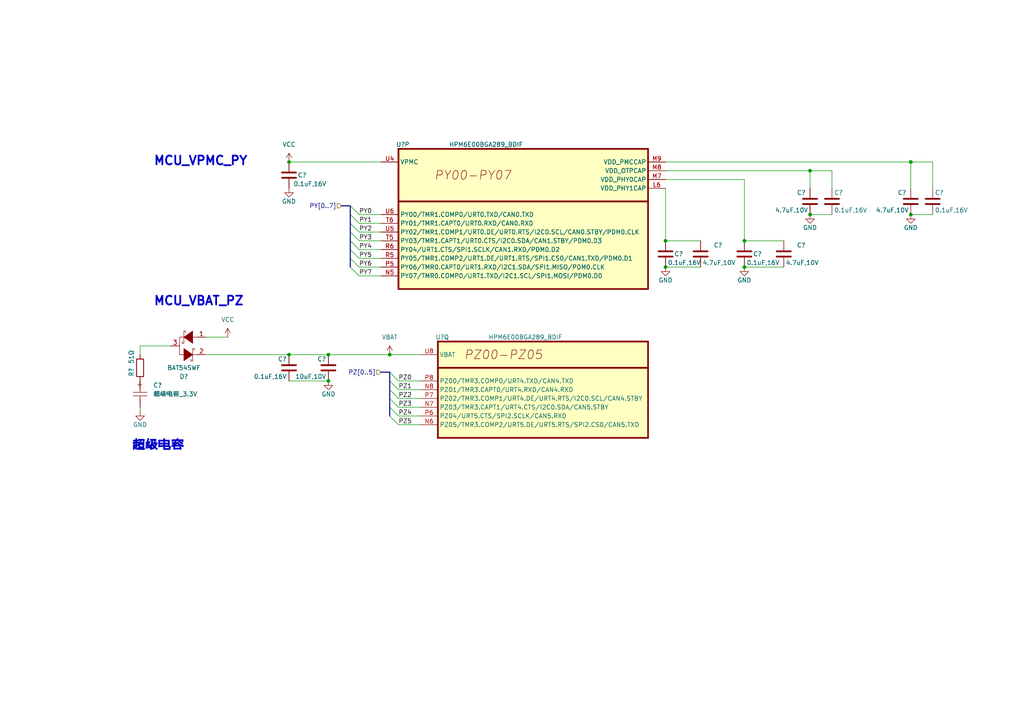
<source format=kicad_sch>
(kicad_sch (version 20230121) (generator eeschema)
  (paper "A4")
  (title_block (title "HPM6E00FULLPORTRevB") (date "2024-09-12") (rev "RevA") (comment 1 "MCU_VPMC_VBAT"))
  (junction (at 215.9 77.47))
  (junction (at 234.95 62.23))
  (junction (at 113.03 102.87))
  (junction (at 264.16 46.99))
  (junction (at 83.82 102.87))
  (junction (at 83.82 46.99))
  (junction (at 193.04 77.47))
  (junction (at 193.04 69.85))
  (junction (at 264.16 62.23))
  (junction (at 95.25 110.49))
  (junction (at 234.95 49.53))
  (junction (at 95.25 102.87))
  (junction (at 215.9 69.85))
  (bus_entry (at 101.6 74.93) (size 2.54 2.54))
  (bus_entry (at 113.03 110.49) (size 2.54 2.54))
  (bus_entry (at 113.03 107.95) (size 2.54 2.54))
  (bus_entry (at 113.03 118.11) (size 2.54 2.54))
  (bus_entry (at 101.6 59.69) (size 2.54 2.54))
  (bus_entry (at 113.03 115.57) (size 2.54 2.54))
  (bus_entry (at 101.6 77.47) (size 2.54 2.54))
  (bus_entry (at 101.6 72.39) (size 2.54 2.54))
  (bus_entry (at 101.6 64.77) (size 2.54 2.54))
  (bus_entry (at 113.03 120.65) (size 2.54 2.54))
  (bus_entry (at 113.03 113.03) (size 2.54 2.54))
  (bus_entry (at 101.6 62.23) (size 2.54 2.54))
  (bus_entry (at 101.6 67.31) (size 2.54 2.54))
  (bus_entry (at 101.6 69.85) (size 2.54 2.54))
  (wire (pts (xy 241.3 49.53) (xy 234.95 49.53)))
  (wire (pts (xy 115.57 110.49) (xy 121.92 110.49)))
  (wire (pts (xy 113.03 102.87) (xy 121.92 102.87)))
  (wire (pts (xy 234.95 62.23) (xy 241.3 62.23)))
  (bus (pts (xy 101.6 69.85) (xy 101.6 72.39)))
  (bus (pts (xy 101.6 64.77) (xy 101.6 67.31)))
  (bus (pts (xy 113.03 107.95) (xy 113.03 110.49)))
  (wire (pts (xy 264.16 46.99) (xy 264.16 54.61)))
  (wire (pts (xy 83.82 102.87) (xy 95.25 102.87)))
  (bus (pts (xy 113.03 110.49) (xy 113.03 113.03)))
  (wire (pts (xy 104.14 69.85) (xy 110.49 69.85)))
  (wire (pts (xy 40.64 100.33) (xy 49.53 100.33)))
  (bus (pts (xy 99.06 59.69) (xy 101.6 59.69)))
  (wire (pts (xy 104.14 77.47) (xy 110.49 77.47)))
  (wire (pts (xy 193.04 49.53) (xy 234.95 49.53)))
  (wire (pts (xy 59.69 102.87) (xy 83.82 102.87)))
  (wire (pts (xy 104.14 62.23) (xy 110.49 62.23)))
  (wire (pts (xy 241.3 49.53) (xy 241.3 54.61)))
  (wire (pts (xy 215.9 77.47) (xy 227.33 77.47)))
  (wire (pts (xy 193.04 77.47) (xy 203.2 77.47)))
  (wire (pts (xy 104.14 64.77) (xy 110.49 64.77)))
  (wire (pts (xy 264.16 46.99) (xy 270.51 46.99)))
  (bus (pts (xy 101.6 62.23) (xy 101.6 64.77)))
  (bus (pts (xy 101.6 59.69) (xy 101.6 62.23)))
  (wire (pts (xy 115.57 118.11) (xy 121.92 118.11)))
  (wire (pts (xy 104.14 80.01) (xy 110.49 80.01)))
  (wire (pts (xy 270.51 46.99) (xy 270.51 54.61)))
  (wire (pts (xy 234.95 54.61) (xy 234.95 49.53)))
  (wire (pts (xy 193.04 46.99) (xy 264.16 46.99)))
  (wire (pts (xy 83.82 110.49) (xy 86.36 110.49)))
  (bus (pts (xy 101.6 72.39) (xy 101.6 74.93)))
  (bus (pts (xy 113.03 118.11) (xy 113.03 120.65)))
  (wire (pts (xy 40.64 100.33) (xy 40.64 102.87)))
  (wire (pts (xy 104.14 74.93) (xy 110.49 74.93)))
  (wire (pts (xy 104.14 67.31) (xy 110.49 67.31)))
  (wire (pts (xy 215.9 52.07) (xy 215.9 69.85)))
  (wire (pts (xy 83.82 46.99) (xy 110.49 46.99)))
  (bus (pts (xy 113.03 115.57) (xy 113.03 118.11)))
  (wire (pts (xy 115.57 115.57) (xy 121.92 115.57)))
  (wire (pts (xy 215.9 69.85) (xy 227.33 69.85)))
  (bus (pts (xy 101.6 67.31) (xy 101.6 69.85)))
  (wire (pts (xy 193.04 69.85) (xy 203.2 69.85)))
  (wire (pts (xy 264.16 62.23) (xy 270.51 62.23)))
  (wire (pts (xy 104.14 72.39) (xy 110.49 72.39)))
  (wire (pts (xy 115.57 113.03) (xy 121.92 113.03)))
  (wire (pts (xy 95.25 110.49) (xy 86.36 110.49)) (stroke (width 0.15)))
  (wire (pts (xy 115.57 120.65) (xy 121.92 120.65)))
  (wire (pts (xy 40.64 118.11) (xy 40.64 119.38)) (stroke (width 0.15)))
  (wire (pts (xy 215.9 52.07) (xy 193.04 52.07)))
  (bus (pts (xy 101.6 74.93) (xy 101.6 77.47)))
  (wire (pts (xy 59.69 97.79) (xy 66.04 97.79)))
  (wire (pts (xy 95.25 102.87) (xy 113.03 102.87)))
  (bus (pts (xy 113.03 113.03) (xy 113.03 115.57)))
  (wire (pts (xy 115.57 123.19) (xy 121.92 123.19)))
  (bus (pts (xy 110.49 107.95) (xy 113.03 107.95)))
  (wire (pts (xy 193.04 69.85) (xy 193.04 54.61)))
  (text "超级电容" (at 38.1 130.81 0) (effects (font (size 2.54 2.54) (thickness 0.508) bold) (justify left bottom)))
  (text "MCU_VBAT_PZ" (at 44.45 88.9 0) (effects (font (size 2.54 2.54) (thickness 0.508) bold) (justify left bottom)))
  (text "MCU_VPMC_PY" (at 44.45 48.26 0) (effects (font (size 2.54 2.54) (thickness 0.508) bold) (justify left bottom)))
  (label "PZ4" (at 115.57 120.65 0))
  (label "PZ1" (at 115.57 113.03 0))
  (label "PZ5" (at 115.57 123.19 0))
  (label "PY1" (at 104.14 64.77 0))
  (label "PY3" (at 104.14 69.85 0))
  (label "PY7" (at 104.14 80.01 0))
  (label "PZ3" (at 115.57 118.11 0))
  (label "PY2" (at 104.14 67.31 0))
  (label "PY4" (at 104.14 72.39 0))
  (label "PZ2" (at 115.57 115.57 0))
  (label "PY6" (at 104.14 77.47 0))
  (label "PY5" (at 104.14 74.93 0))
  (label "PY0" (at 104.14 62.23 0))
  (label "PZ0" (at 115.57 110.49 0))
  (hierarchical_label "PY[0..7]" (shape input) (at 99.06 59.69 180))
  (hierarchical_label "PZ[0..5]" (shape input) (at 110.49 107.95 180))
  (symbol (lib_id "03_HPM_Capacitance:0.1uF,16V_0402") (at 83.82 106.68 0) (mirror y) (unit 1)
    (property "Reference" "C?" (at 83.185 104.14 0) (effects (justify left)))
    (property "Value" "0.1uF,16V" (at 83.185 109.22 0) (effects (justify left)))
    (property "Footprint" "03_HPM_Capacitance:C_0402_1005Metric" (effects hide))
    (property "Model" "CL05B104KO5NNNC" (effects hide))
    (property "Company" "SAMSUNG(三星)" (effects hide))
    (instances (project "HPM6E00 SKT Board BGA289_BDIF REVA" (path "" (reference "C?") (unit 1))) (project "HPM6E00FULLPORTRevB" (path "" (reference "C42") (unit 1))))
  )
  (symbol (lib_id "03_HPM_Capacitance:0.1uF,16V_0402") (at 215.9 73.66 0) (unit 1)
    (property "Reference" "C?" (at 218.44 73.66 0) (effects (justify left)))
    (property "Value" "0.1uF,16V" (at 216.535 76.2 0) (effects (justify left)))
    (property "Footprint" "03_HPM_Capacitance:C_0402_1005Metric" (effects hide))
    (property "Model" "CL05B104KO5NNNC" (effects hide))
    (property "Company" "SAMSUNG(三星)" (effects hide))
    (instances (project "HPM6E00 SKT Board BGA289_BDIF REVA" (path "" (reference "C?") (unit 1))) (project "HPM6E00FULLPORTRevB" (path "" (reference "C47") (unit 1))))
  )
  (symbol (lib_id "03_HPM_Capacitance:0.1uF,16V_0402") (at 270.51 58.42 0) (unit 1)
    (property "Reference" "C?" (at 271.145 55.88 0) (effects (justify left)))
    (property "Value" "0.1uF,16V" (at 271.145 60.96 0) (effects (justify left)))
    (property "Footprint" "03_HPM_Capacitance:C_0402_1005Metric" (effects hide))
    (property "Model" "CL05B104KO5NNNC" (effects hide))
    (property "Company" "SAMSUNG(三星)" (effects hide))
    (instances (project "HPM6E00 SKT Board BGA289_BDIF REVA" (path "" (reference "C?") (unit 1))) (project "HPM6E00FULLPORTRevB" (path "" (reference "C52") (unit 1))))
  )
  (symbol (lib_id "03_HPM_Capacitance:0.1uF,16V_0402") (at 241.3 58.42 0) (unit 1)
    (property "Reference" "C?" (at 241.935 55.88 0) (effects (justify left)))
    (property "Value" "0.1uF,16V" (at 241.935 60.96 0) (effects (justify left)))
    (property "Footprint" "03_HPM_Capacitance:C_0402_1005Metric" (effects hide))
    (property "Model" "CL05B104KO5NNNC" (effects hide))
    (property "Company" "SAMSUNG(三星)" (effects hide))
    (instances (project "HPM6E00 SKT Board BGA289_BDIF REVA" (path "" (reference "C?") (unit 1))) (project "HPM6E00FULLPORTRevB" (path "" (reference "C50") (unit 1))))
  )
  (symbol (lib_id "power:GND") (at 40.64 119.38 0) (mirror y) (unit 1)
    (property "Reference" "#PWR?" (effects hide))
    (property "Value" "GND" (at 42.672 123.19 0) (effects (justify left)))
    (instances (project "HPM6E00 SKT Board BGA289_BDIF REVA" (path "" (reference "#PWR?") (unit 1)) (path "" (reference "#PWR?") (unit 1)) (path "" (reference "#PWR?") (unit 1)) (path "" (reference "#PWR?") (unit 1))) (project "HPM5300-CON-JTAG" (path "" (reference "#PWR?") (unit 1))) (project "HPM6E00FULLPORTRevB" (path "" (reference "#PWR080") (unit 1))) (project "HPM5300 SKT Board LQFP100 REVA" (path "" (reference "#PWR?") (unit 1))))
  )
  (symbol (lib_id "04_HPM_Diode:BAT54SWF") (at 54.61 100.33 90) (mirror x) (unit 1)
    (property "Reference" "D?" (at 53.34 109.22 90))
    (property "Value" "BAT54SWF" (at 53.34 106.68 90))
    (property "Footprint" "04_HPM_Diode:SC-70" (effects hide))
    (property "Model" "BAT54SWF" (effects hide))
    (property "Company" " Nexperia(安世)" (effects hide))
    (instances (project "HPM6E00 SKT Board BGA289_BDIF REVA" (path "" (reference "D?") (unit 1))) (project "HPM6E00FULLPORTRevB" (path "" (reference "D1") (unit 1))))
  )
  (symbol (lib_id "03_HPM_Capacitance:4.7uF,10V_0402") (at 203.2 73.66 0) (mirror y) (unit 1)
    (property "Reference" "C?" (at 209.55 71.12 0) (effects (justify left)))
    (property "Value" "4.7uF,10V" (at 213.36 76.2 0) (effects (justify left)))
    (property "Footprint" "03_HPM_Capacitance:C_0402_1005Metric" (effects hide))
    (property "Model" " CL05A475MP5NRNC" (effects hide))
    (property "Company" " SAMSUNG(三星)" (effects hide))
    (instances (project "HPM6E00 SKT Board BGA289_BDIF REVA" (path "" (reference "C?") (unit 1))) (project "HPM6E00FULLPORTRevB" (path "" (reference "C?") (unit 1)) (path "" (reference "C46") (unit 1))))
  )
  (symbol (lib_id "03_HPM_Capacitance:0.1uF,16V_0402") (at 193.04 73.66 0) (unit 1)
    (property "Reference" "C?" (at 195.58 73.66 0) (effects (justify left)))
    (property "Value" "0.1uF,16V" (at 193.675 76.2 0) (effects (justify left)))
    (property "Footprint" "03_HPM_Capacitance:C_0402_1005Metric" (effects hide))
    (property "Model" "CL05B104KO5NNNC" (effects hide))
    (property "Company" "SAMSUNG(三星)" (effects hide))
    (instances (project "HPM6E00 SKT Board BGA289_BDIF REVA" (path "" (reference "C?") (unit 1))) (project "HPM6E00FULLPORTRevB" (path "" (reference "C45") (unit 1))))
  )
  (symbol (lib_id "00_HPM_power:VCC") (at 66.04 97.79 0) (unit 1)
    (property "Reference" "#PWR?" (effects hide))
    (property "Value" "VCC" (at 66.04 92.71 0))
    (instances (project "HPM6E00FULLPORTRevB" (path "" (reference "#PWR?") (unit 1)) (path "" (reference "#PWR081") (unit 1))))
  )
  (symbol (lib_id "02_HPM_Resistor:51Ω_0402") (at 40.64 106.68 90) (unit 1)
    (property "Reference" "R?" (at 38.1 107.95 0))
    (property "Value" "51Ω" (at 38.1 103.505 0))
    (property "Footprint" "02_HPM_Resistor:R_0402_1005Metric" (effects hide))
    (property "Model" " 0402WGF510JTCE" (effects hide))
    (property "Company" "UNI-ROYAL(厚声)" (effects hide))
    (instances (project "HPM6E00 SKT Board BGA289_BDIF REVA" (path "" (reference "R?") (unit 1))) (project "HPM6E00FULLPORTRevB" (path "" (reference "R68") (unit 1))))
  )
  (symbol (lib_id "power:GND") (at 193.04 77.47 0) (mirror y) (unit 1)
    (property "Reference" "#PWR?" (effects hide))
    (property "Value" "GND" (at 195.072 81.28 0) (effects (justify left)))
    (instances (project "HPM6E00 SKT Board BGA289_BDIF REVA" (path "" (reference "#PWR?") (unit 1)) (path "" (reference "#PWR?") (unit 1)) (path "" (reference "#PWR?") (unit 1)) (path "" (reference "#PWR?") (unit 1))) (project "HPM5300-CON-JTAG" (path "" (reference "#PWR?") (unit 1))) (project "HPM6E00FULLPORTRevB" (path "" (reference "#PWR085") (unit 1))) (project "HPM5300 SKT Board LQFP100 REVA" (path "" (reference "#PWR?") (unit 1))))
  )
  (symbol (lib_id "00_HPM_power:VCC") (at 83.82 46.99 0) (unit 1)
    (property "Reference" "#PWR?" (effects hide))
    (property "Value" "VCC" (at 83.82 41.91 0))
    (instances (project "HPM6E00FULLPORTRevB" (path "" (reference "#PWR?") (unit 1)) (path "" (reference "#PWR082") (unit 1))))
  )
  (symbol (lib_id "power:GND") (at 95.25 110.49 0) (unit 1)
    (property "Reference" "#PWR?" (effects hide))
    (property "Value" "GND" (at 93.218 114.3 0) (effects (justify left)))
    (instances (project "HPM6E00 SKT Board BGA289_BDIF REVA" (path "" (reference "#PWR?") (unit 1)) (path "" (reference "#PWR?") (unit 1)) (path "" (reference "#PWR?") (unit 1)) (path "" (reference "#PWR?") (unit 1))) (project "HPM5300-CON-JTAG" (path "" (reference "#PWR?") (unit 1))) (project "HPM6E00FULLPORTRevB" (path "" (reference "#PWR084") (unit 1))) (project "HPM5300 SKT Board LQFP100 REVA" (path "" (reference "#PWR?") (unit 1))))
  )
  (symbol (lib_id "00_HPM_power:VBAT") (at 113.03 102.87 0) (unit 1)
    (property "Reference" "#PWR0120" (effects hide))
    (property "Value" "VBAT" (at 113.03 97.79 0))
  )
  (symbol (lib_id "03_HPM_Capacitance:4.7uF,10V_0402") (at 227.33 73.66 0) (mirror y) (unit 1)
    (property "Reference" "C?" (at 233.68 71.12 0) (effects (justify left)))
    (property "Value" "4.7uF,10V" (at 237.49 76.2 0) (effects (justify left)))
    (property "Footprint" "03_HPM_Capacitance:C_0402_1005Metric" (effects hide))
    (property "Model" " CL05A475MP5NRNC" (effects hide))
    (property "Company" " SAMSUNG(三星)" (effects hide))
    (instances (project "HPM6E00 SKT Board BGA289_BDIF REVA" (path "" (reference "C?") (unit 1))) (project "HPM6E00FULLPORTRevB" (path "" (reference "C?") (unit 1)) (path "" (reference "C48") (unit 1))))
  )
  (symbol (lib_id "power:GND") (at 215.9 77.47 0) (mirror y) (unit 1)
    (property "Reference" "#PWR?" (effects hide))
    (property "Value" "GND" (at 217.932 81.28 0) (effects (justify left)))
    (instances (project "HPM6E00 SKT Board BGA289_BDIF REVA" (path "" (reference "#PWR?") (unit 1)) (path "" (reference "#PWR?") (unit 1)) (path "" (reference "#PWR?") (unit 1)) (path "" (reference "#PWR?") (unit 1))) (project "HPM5300-CON-JTAG" (path "" (reference "#PWR?") (unit 1))) (project "HPM6E00FULLPORTRevB" (path "" (reference "#PWR086") (unit 1))) (project "HPM5300 SKT Board LQFP100 REVA" (path "" (reference "#PWR?") (unit 1))))
  )
  (symbol (lib_id "99_HPM:HPM6E00BGA289_BDIF") (at 127 99.06 0) (unit 17)
    (property "Reference" "U?" (at 128.27 97.79 0))
    (property "Value" "HPM6E00BGA289_BDIF" (at 152.4 97.79 0))
    (property "Footprint" "00_HPM_Library:BGA-289_17x17_14.0x14.0mm" (effects hide))
    (instances (project "HPM6E00 SKT Board BGA289_BDIF REVA" (path "" (reference "U?") (unit 17))) (project "HPM6E00FULLPORTRevB" (path "" (reference "U2") (unit 17))))
  )
  (symbol (lib_id "99_HPM:HPM6E00BGA289_BDIF") (at 115.57 43.18 0) (unit 16)
    (property "Reference" "U?" (at 116.84 41.91 0))
    (property "Value" "HPM6E00BGA289_BDIF" (at 140.97 41.91 0))
    (property "Footprint" "00_HPM_Library:BGA-289_17x17_14.0x14.0mm" (effects hide))
    (instances (project "HPM6E00 SKT Board BGA289_BDIF REVA" (path "" (reference "U?") (unit 16))) (project "HPM6E00FULLPORTRevB" (path "" (reference "U2") (unit 16))))
  )
  (symbol (lib_id "03_HPM_Capacitance:10uF,10V_0402") (at 95.25 106.68 0) (mirror y) (unit 1)
    (property "Reference" "C?" (at 94.615 104.14 0) (effects (justify left)))
    (property "Value" "10uF,10V" (at 94.615 109.22 0) (effects (justify left)))
    (property "Footprint" "03_HPM_Capacitance:C_0402_1005Metric" (effects hide))
    (property "Model" "CL05A106MP5NUNC" (effects hide))
    (property "Company" " SAMSUNG(三星)" (effects hide))
    (instances (project "HPM6E00 SKT Board BGA289_BDIF REVA" (path "" (reference "C?") (unit 1))) (project "HPM6E00FULLPORTRevB" (path "" (reference "C?") (unit 1)) (path "" (reference "C44") (unit 1))))
  )
  (symbol (lib_id "power:GND") (at 264.16 62.23 0) (mirror y) (unit 1)
    (property "Reference" "#PWR?" (effects hide))
    (property "Value" "GND" (at 266.192 66.04 0) (effects (justify left)))
    (instances (project "HPM6E00 SKT Board BGA289_BDIF REVA" (path "" (reference "#PWR?") (unit 1)) (path "" (reference "#PWR?") (unit 1)) (path "" (reference "#PWR?") (unit 1)) (path "" (reference "#PWR?") (unit 1))) (project "HPM5300-CON-JTAG" (path "" (reference "#PWR?") (unit 1))) (project "HPM6E00FULLPORTRevB" (path "" (reference "#PWR088") (unit 1))) (project "HPM5300 SKT Board LQFP100 REVA" (path "" (reference "#PWR?") (unit 1))))
  )
  (symbol (lib_id "03_HPM_Capacitance:超级电容_3.3V") (at 40.64 114.3 270) (unit 1)
    (property "Reference" "C?" (at 44.45 111.76 90) (effects (justify left)))
    (property "Value" "超级电容_3.3V" (at 44.45 114.3 90) (effects (justify left)))
    (property "Footprint" "03_HPM_Capacitance:DMS3R3224" (effects hide))
    (property "SuppliersPartNumber" "C113705" (effects hide))
    (property "Model" " DMS3R3224R" (effects hide))
    (property "Company" " KORCHIP(高奇普) " (effects hide))
    (instances (project "HPM6E00 SKT Board BGA289_BDIF REVA" (path "" (reference "C?") (unit 1))) (project "HPM6E00FULLPORTRevB" (path "" (reference "C41") (unit 1))))
  )
  (symbol (lib_id "power:GND") (at 234.95 62.23 0) (mirror y) (unit 1)
    (property "Reference" "#PWR?" (effects hide))
    (property "Value" "GND" (at 236.982 66.04 0) (effects (justify left)))
    (instances (project "HPM6E00 SKT Board BGA289_BDIF REVA" (path "" (reference "#PWR?") (unit 1)) (path "" (reference "#PWR?") (unit 1)) (path "" (reference "#PWR?") (unit 1)) (path "" (reference "#PWR?") (unit 1))) (project "HPM5300-CON-JTAG" (path "" (reference "#PWR?") (unit 1))) (project "HPM6E00FULLPORTRevB" (path "" (reference "#PWR087") (unit 1))) (project "HPM5300 SKT Board LQFP100 REVA" (path "" (reference "#PWR?") (unit 1))))
  )
  (symbol (lib_id "03_HPM_Capacitance:4.7uF,10V_0402") (at 234.95 58.42 0) (unit 1)
    (property "Reference" "C?" (at 231.14 55.88 0) (effects (justify left)))
    (property "Value" "4.7uF,10V" (at 224.79 60.96 0) (effects (justify left)))
    (property "Footprint" "03_HPM_Capacitance:C_0402_1005Metric" (effects hide))
    (property "Model" " CL05A475MP5NRNC" (effects hide))
    (property "Company" " SAMSUNG(三星)" (effects hide))
    (instances (project "HPM6E00 SKT Board BGA289_BDIF REVA" (path "" (reference "C?") (unit 1))) (project "HPM6E00FULLPORTRevB" (path "" (reference "C?") (unit 1)) (path "" (reference "C49") (unit 1))))
  )
  (symbol (lib_id "power:GND") (at 83.82 54.61 0) (mirror y) (unit 1)
    (property "Reference" "#PWR?" (effects hide))
    (property "Value" "GND" (at 85.852 58.42 0) (effects (justify left)))
    (instances (project "HPM6E00 SKT Board BGA289_BDIF REVA" (path "" (reference "#PWR?") (unit 1)) (path "" (reference "#PWR?") (unit 1)) (path "" (reference "#PWR?") (unit 1)) (path "" (reference "#PWR?") (unit 1))) (project "HPM5300-CON-JTAG" (path "" (reference "#PWR?") (unit 1))) (project "HPM6E00FULLPORTRevB" (path "" (reference "#PWR083") (unit 1))) (project "HPM5300 SKT Board LQFP100 REVA" (path "" (reference "#PWR?") (unit 1))))
  )
  (symbol (lib_id "03_HPM_Capacitance:4.7uF,10V_0402") (at 264.16 58.42 0) (unit 1)
    (property "Reference" "C?" (at 260.35 55.88 0) (effects (justify left)))
    (property "Value" "4.7uF,10V" (at 254 60.96 0) (effects (justify left)))
    (property "Footprint" "03_HPM_Capacitance:C_0402_1005Metric" (effects hide))
    (property "Model" " CL05A475MP5NRNC" (effects hide))
    (property "Company" " SAMSUNG(三星)" (effects hide))
    (instances (project "HPM6E00 SKT Board BGA289_BDIF REVA" (path "" (reference "C?") (unit 1))) (project "HPM6E00FULLPORTRevB" (path "" (reference "C?") (unit 1)) (path "" (reference "C51") (unit 1))))
  )
  (symbol (lib_id "03_HPM_Capacitance:0.1uF,16V_0402") (at 83.82 50.8 0) (mirror x) (unit 1)
    (property "Reference" "C?" (at 86.36 50.8 0) (effects (justify left)))
    (property "Value" "0.1uF,16V" (at 85.09 53.34 0) (effects (justify left)))
    (property "Footprint" "03_HPM_Capacitance:C_0402_1005Metric" (effects hide))
    (property "Model" "CL05B104KO5NNNC" (effects hide))
    (property "Company" "SAMSUNG(三星)" (effects hide))
    (instances (project "HPM5300-USB-OSC" (path "" (reference "C?") (unit 1))) (project "HPM6E00 SKT Board BGA289_BDIF REVA" (path "" (reference "C?") (unit 1)) (path "" (reference "C?") (unit 1)) (path "" (reference "C?") (unit 1)) (path "" (reference "C?") (unit 1)) (path "" (reference "C?") (unit 1))) (project "HPM6E00FULLPORTRevB" (path "" (reference "C43") (unit 1))) (project "HPM5300 SKT Board LQFP100 REVA" (path "" (reference "C?") (unit 1))))
  )
)
</source>
